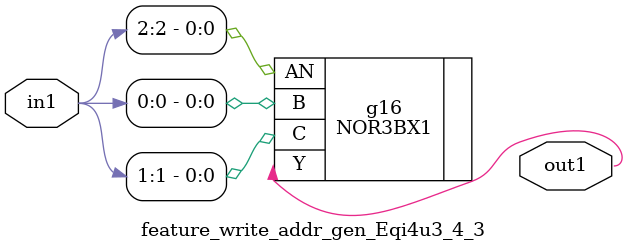
<source format=v>
`timescale 1ps / 1ps


module feature_write_addr_gen_Eqi4u3_4_3(in1, out1);
  input [2:0] in1;
  output out1;
  wire [2:0] in1;
  wire out1;
  NOR3BX1 g16(.AN (in1[2]), .B (in1[0]), .C (in1[1]), .Y (out1));
endmodule



</source>
